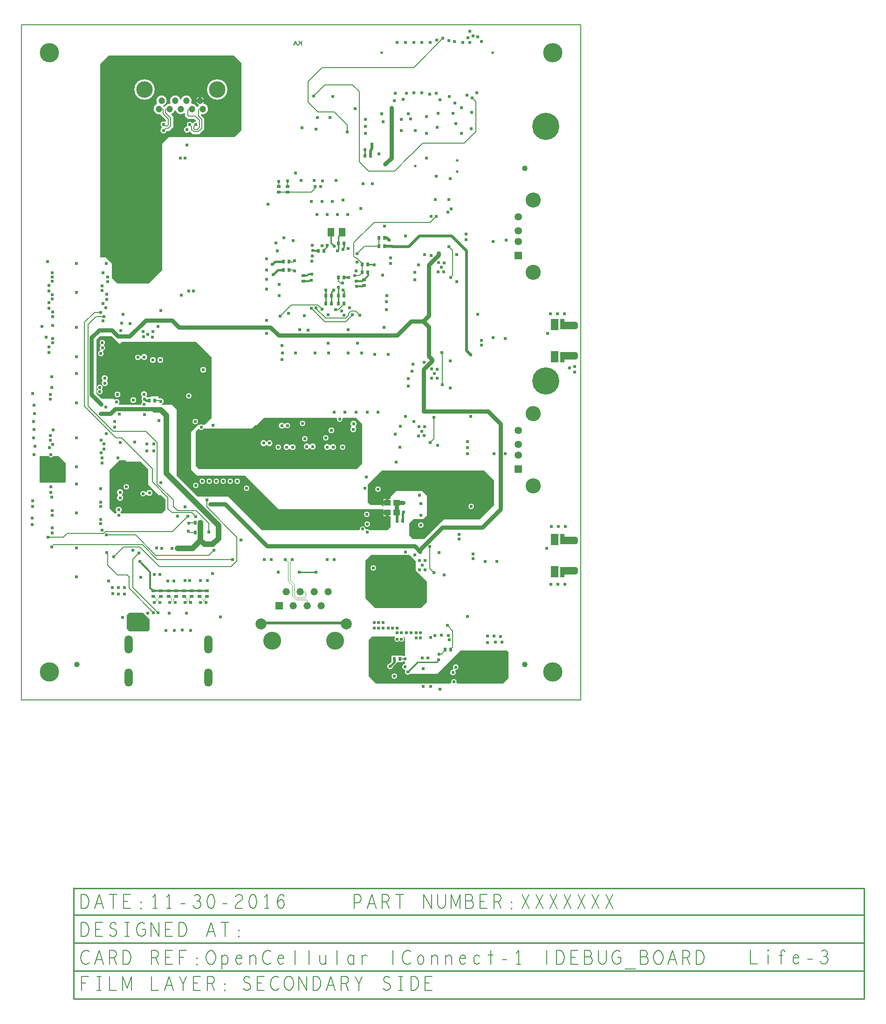
<source format=gbr>
G04 ================== begin FILE IDENTIFICATION RECORD ==================*
G04 Layout Name:  D:/shamshu/Dburg/final/OC_Connect-1_DEBUG_Life-3_final.brd*
G04 Film Name:    L6.gbr*
G04 File Format:  Gerber RS274X*
G04 File Origin:  Cadence Allegro 16.6-2015-S060*
G04 Origin Date:  Thu Dec 01 02:08:26 2016*
G04 *
G04 Layer:  DRAWING FORMAT/L6*
G04 Layer:  VIA CLASS/BOTTOM*
G04 Layer:  PIN/BOTTOM*
G04 Layer:  ETCH/BOTTOM*
G04 Layer:  DRAWING FORMAT/FILM_LABEL_OUTLINE*
G04 Layer:  BOARD GEOMETRY/OUTLINE*
G04 *
G04 Offset:    (0.000 0.000)*
G04 Mirror:    No*
G04 Mode:      Positive*
G04 Rotation:  0*
G04 FullContactRelief:  No*
G04 UndefLineWidth:     6.000*
G04 ================== end FILE IDENTIFICATION RECORD ====================*
%FSLAX25Y25*MOIN*%
%IR0*IPPOS*OFA0.00000B0.00000*MIA0B0*SFA1.00000B1.00000*%
%AMMACRO32*
4,1,23,-.062008,.035925,
.050071,.035925,
.052666,.035031,
.055067,.0337,
.0572,.031973,
.059001,.029901,
.060415,.027548,
.061398,.024985,
.061922,.022291,
.062008,.020645,
.062008,.000397,
.061769,-.002338,
.061058,-.004989,
.059898,-.007477,
.058324,-.009726,
.056383,-.011667,
.054134,-.013242,
.051646,-.014402,
.048995,-.015112,
.047984,-.015257,
-.034449,-.015257,
-.034449,-.035926,
-.062008,-.035926,
-.062008,.035925,
0.0*
%
%ADD32MACRO32*%
%ADD12O,.059X.13*%
%AMMACRO33*
4,1,23,-.062008,-.035926,
.050071,-.035926,
.052666,-.035032,
.055067,-.033701,
.0572,-.031974,
.059001,-.029902,
.060415,-.027549,
.061398,-.024986,
.061922,-.022292,
.062008,-.020646,
.062008,-.000398,
.061769,.002337,
.061058,.004988,
.059898,.007476,
.058324,.009725,
.056383,.011666,
.054134,.013241,
.051646,.014401,
.048995,.015111,
.047984,.015256,
-.034449,.015256,
-.034449,.035925,
-.062008,.035925,
-.062008,-.035926,
0.0*
%
%ADD33MACRO33*%
%ADD27C,.108*%
%ADD22C,.128*%
%ADD15C,.11811*%
%ADD14C,.000012*%
%ADD31C,.194*%
%ADD10C,.137795*%
%ADD16R,.03X.024*%
%ADD17R,.024X.03*%
%ADD13C,.04*%
%ADD11C,.024*%
%ADD23R,.051X.059*%
%ADD20C,.052*%
%ADD30C,.053*%
%ADD19R,.052X.052*%
%ADD29R,.053X.053*%
%ADD21C,.079*%
%ADD18C,.047244*%
%ADD26C,.01969*%
%ADD24R,.045276X.043307*%
%ADD25C,.019685*%
%ADD28R,.055118X.07874*%
%ADD34C,.006*%
%ADD35C,.008*%
%ADD36C,.0055*%
%ADD37C,.00445*%
%ADD38C,.01*%
%ADD39C,.02*%
%ADD40C,.03*%
%ADD41C,.012*%
%ADD42C,.015*%
%ADD43C,.018*%
%ADD46C,.146114*%
%ADD44C,.040004*%
%ADD45C,.044004*%
G75*
%LPD*%
G75*
G36*
G01X77218Y48900D02*
X75318Y50800D01*
Y60800D01*
X77018Y62500D01*
X86718D01*
X91618Y57600D01*
Y50100D01*
X90418Y48900D01*
X77218D01*
G37*
G36*
G01X66500Y133500D02*
X63000Y137000D01*
Y164500D01*
X69587Y171087D01*
X69632Y171102D01*
G03X69968Y171250I-632J1898D01*
G01X74250D01*
X75000Y170500D01*
X85000D01*
X90500Y165000D01*
Y154000D01*
X98000Y146500D01*
X100000D01*
X102975Y143525D01*
Y135975D01*
X100500Y133500D01*
X71110D01*
G03X70906Y133692I-1609J-1500D01*
G02Y134308I256J308D01*
G03X68094I-1406J1692D01*
G02Y133692I-256J-308D01*
G03X67890Y133500I1406J-1692D01*
G01X66500D01*
G37*
G36*
G01X172000Y121500D02*
X148000Y145500D01*
X126000D01*
X111000Y160500D01*
Y207500D01*
X107500Y211000D01*
X100950D01*
X99987Y211000D01*
Y211349D01*
X100130Y211392D01*
G03X99896Y215664I-630J2108D01*
G01X99835Y215675D01*
X99735Y215775D01*
X97887D01*
Y217000D01*
X92486D01*
Y216300D01*
X89418D01*
G03X89262Y216484I-1600J-1200D01*
G02X89254Y217028I289J277D01*
G03X86166Y216847I-1636J1472D01*
G02X86222Y216305I-264J-301D01*
G03X86454Y213637I1596J-1205D01*
G02X86438Y213037I-273J-293D01*
G03X85720Y211417I1280J-1537D01*
G02X85320Y211000I-400J-17D01*
G01X70000D01*
X69561Y211439D01*
X69680Y211579D01*
G03X66444Y214556I-1680J1421D01*
G01X65750Y215250D01*
X57253D01*
X53500Y219003D01*
Y257500D01*
X56000Y260000D01*
X64500D01*
X70000Y254500D01*
X71500Y256000D01*
X125000D01*
X136000Y245000D01*
Y201750D01*
X131000Y196750D01*
X129469D01*
G03X127531I-969J-1750D01*
G01X126250D01*
X121200Y191700D01*
Y164800D01*
X125500Y160500D01*
X159900D01*
X184100Y136300D01*
X258890D01*
Y131334D01*
X264100D01*
Y123800D01*
X261800Y121500D01*
X248678D01*
G03X246554Y121976I-1429J-1400D01*
G02X246016Y122331I-139J375D01*
G03X242037Y121955I-1998J-99D01*
G02X241641Y121500I-396J-55D01*
G01X172000D01*
G37*
G36*
G01X13000Y155500D02*
Y174000D01*
X13400Y174400D01*
X19253D01*
G03X22747I1747J975D01*
G01X26500D01*
X31500Y169400D01*
Y156000D01*
X31000Y155500D01*
X13000D01*
G37*
G36*
G01X68500Y297700D02*
X64500Y301700D01*
Y312000D01*
X60000Y316500D01*
X56350D01*
Y454840D01*
X62168Y460659D01*
X152033D01*
X157250Y455441D01*
Y407500D01*
X152250Y402500D01*
X105500D01*
X100650Y397650D01*
Y307350D01*
X91000Y297700D01*
X68500D01*
G37*
G36*
G01X127000Y165000D02*
X124618Y167382D01*
Y191900D01*
X126415Y193697D01*
G02X126998Y193679I283J-283D01*
G03X130306Y194141I1502J1321D01*
G01X164641D01*
X166800Y196300D01*
X167818D01*
X173118Y201600D01*
X225178D01*
G02X225568Y201111I0J-400D01*
G03X229469I1951J-443D01*
G02X229859Y201600I390J89D01*
G01X239418D01*
X243718Y197300D01*
Y169000D01*
X239718Y165000D01*
X127000D01*
G37*
G36*
G01X250018Y103600D02*
X277700D01*
X282000Y99300D01*
Y92600D01*
X290018Y84582D01*
Y70200D01*
X285618Y65800D01*
X252818D01*
X245918Y72700D01*
Y99500D01*
X250018Y103600D01*
G37*
G36*
G01X253318Y11800D02*
X248118Y17000D01*
Y42800D01*
X250618Y45300D01*
X266768D01*
G02X267093Y44667I0J-400D01*
G03X270082Y42037I1625J-1167D01*
G02X270354I136J-146D01*
G03X273091Y44955I1364J1463D01*
G01X273028Y45014D01*
Y45300D01*
X273318D01*
X274318Y44300D01*
Y31698D01*
G02X274127Y31498I-200J0D01*
G03X273275Y31264I91J-1998D01*
G02X272687Y31617I-189J353D01*
G01Y31800D01*
X264749D01*
Y27392D01*
X263349Y25991D01*
X263282Y25982D01*
G03X265532Y23732I268J-1982D01*
G01X265541Y23799D01*
X268300Y26558D01*
Y27200D01*
X272687D01*
Y27383D01*
G02X273275Y27736I400J0D01*
G03X274127Y27502I943J1764D01*
G02X274318Y27302I-9J-200D01*
G01Y25929D01*
G02X274127Y25730I-200J0D01*
G03Y21733I91J-1998D01*
G02X274318Y21534I-9J-200D01*
G01Y20626D01*
X274309Y20597D01*
G03X277647Y18600I1909J-597D01*
G01X297118D01*
X313918Y35400D01*
X347018D01*
X348118Y34300D01*
Y15600D01*
X344318Y11800D01*
X311470D01*
G02X311094Y12339I0J400D01*
G03X307342I-1876J693D01*
G02X306966Y11800I-375J-139D01*
G01X293073D01*
X293056Y11803D01*
G03X292380I-338J-1971D01*
G01X292363Y11800D01*
X287573D01*
X287556Y11803D01*
G03X286880I-338J-1971D01*
G01X286863Y11800D01*
X253318D01*
G37*
G36*
G01X279700Y115200D02*
X277300Y117600D01*
Y126400D01*
X280250Y129350D01*
X287350D01*
X290000Y132000D01*
Y146000D01*
X286500Y149500D01*
X268000D01*
X264000Y145500D01*
Y143666D01*
X258890D01*
Y138500D01*
X258500D01*
X257500Y139500D01*
X249500D01*
X247500Y141500D01*
Y150544D01*
G03Y152456I-1982J956D01*
G01Y154000D01*
X257500Y164000D01*
X331000D01*
X338000Y157000D01*
Y139500D01*
X327500Y129000D01*
X302000D01*
X288200Y115200D01*
X279700D01*
G37*
%LPC*%
G75*
G36*
G01X71906Y146808D02*
G03Y146192I256J-308D01*
G02X69094I-1406J-1692D01*
G03Y146808I-256J308D01*
G02X71906I1406J1692D01*
G37*
G36*
G01X88881Y146820D02*
G02X88686Y148576I-1881J680D01*
G03X89404Y148670I337J215D01*
G02X89602Y146887I2096J-670D01*
G03X88881Y146820I-345J-202D01*
G37*
G36*
G01X61127Y228519D02*
G03Y227981I296J-269D01*
G02X57873I-1627J-1481D01*
G03Y228519I-296J269D01*
G02X61127I1627J1481D01*
G37*
G36*
G01X57463Y222136D02*
G03Y221864I146J-136D01*
G02X54537I-1463J-1364D01*
G03Y222136I-146J136D01*
G02X57463I1463J1364D01*
G37*
G36*
G01X58165Y249100D02*
G02X56224Y249634I-1429J-1400D01*
G03X56408Y250300I-102J387D01*
G02X56574Y253251I1429J1400D01*
G03X56557Y253884I-253J310D01*
G02X58999Y253949I1179J1616D01*
G03X59016Y253316I253J-310D01*
G02X58348Y249766I-1179J-1616D01*
G03X58165Y249100I102J-387D01*
G37*
G36*
G01X85061Y244122D02*
G02X84941Y245916I-1843J778D01*
G03X85660Y245978I345J203D01*
G02X85781Y244156I2058J-778D01*
G03X85061Y244122I-352J-190D01*
G37*
G36*
G01X127051Y404317D02*
X122545D01*
X120637Y406224D01*
G03X120057Y406208I-283J-283D01*
G02X117928Y409822I-1638J1468D01*
G03X118208Y410365I-89J390D01*
G02X122058Y412448I2033J841D01*
G03X122718I330J226D01*
G02X124531Y413406I1816J-1242D01*
G03X124813Y414089I-1J400D01*
G01X123425Y415477D01*
X118831D01*
X116918Y417390D01*
Y419252D01*
G03X116268Y419564I-400J0D01*
G02X110359Y421281I-2350J2938D01*
G03X109603I-378J-130D01*
G02X107236Y418934I-3559J1221D01*
G03X107080Y418272I127J-379D01*
G01X108487Y416864D01*
Y409659D01*
X105660Y406832D01*
X103926D01*
X103686Y406592D01*
X103672Y406543D01*
G02X100315Y408967I-2114J608D01*
G03Y409627I-226J330D01*
G02X102547Y413408I1242J1816D01*
G03X103127Y413765I180J357D01*
G01Y414644D01*
X99427Y418344D01*
Y418429D01*
G03X98945Y418821I-400J0D01*
G02X96690Y425962I-775J3682D01*
G03X96879Y426529I-157J368D01*
G02X101413Y424868I3260J1879D01*
G03X101314Y424570I68J-188D01*
G02X101361Y424497I-3144J-2066D01*
G01X101419Y424403D01*
X101574D01*
X102107Y423870D01*
X102640Y424403D01*
X102795D01*
X102854Y424497D01*
G02X106187Y426262I3190J-1994D01*
G03X106566Y426830I15J400D01*
G02X113540Y429629I3415J1578D01*
G03X114296I378J130D01*
G02X121270Y426830I3559J-1221D01*
G03X121649Y426262I363J-168D01*
G02X125199Y424098I143J-3760D01*
G03X125844Y423985I362J170D01*
G01X126262Y424403D01*
X126417D01*
X126476Y424497D01*
G02X126906Y425060I3191J-1994D01*
G03X126746Y425708I-293J272D01*
G02X130079Y426820I952J2699D01*
G03X130340Y426204I333J-222D01*
G02X128892Y418821I-674J-3702D01*
G03X128409Y418429I-82J-391D01*
G01Y418073D01*
X130678Y415804D01*
Y407944D01*
X127051Y404317D01*
G37*
G36*
G01X188601Y194896D02*
G03X187968Y194861I-303J-261D01*
G02X187903Y197429I-1818J1239D01*
G03X188538Y197426I319J242D01*
G02X188601Y194896I1580J-1226D01*
G37*
G36*
G01X238850Y195741D02*
G03X238824Y195136I248J-314D01*
G02X235955Y195259I-1506J-1604D01*
G03X235981Y195864I-248J314D01*
G02X238850Y195741I1506J1604D01*
G37*
G36*
G01X175537Y182204D02*
G03X174900I-318J-242D01*
G02Y184867I-1752J1331D01*
G03X175537I318J242D01*
G02Y182204I1752J-1331D01*
G37*
G36*
G01X206466Y179869D02*
G03X205830I-318J-242D01*
G02Y182531I-1752J1331D01*
G03X206466I318J242D01*
G02Y179869I1752J-1331D01*
G37*
G36*
G01X221034Y179513D02*
G03X220385I-324J-234D01*
G02Y182087I-1785J1287D01*
G03X221034I324J234D01*
G02Y179513I1785J-1287D01*
G37*
G36*
G01X191443Y182002D02*
G03X192109Y181978I341J209D01*
G02X192025Y179548I1791J-1278D01*
G03X191359Y179572I-341J-209D01*
G02X191443Y182002I-1791J1278D01*
G37*
G36*
G01X310152Y20860D02*
G02X308591Y21658I-1599J-1202D01*
G03X308919Y22298I8J400D01*
G02X310479Y21500I1599J1202D01*
G03X310152Y20860I-8J-400D01*
G37*
G54D46*
X88052Y436282D03*
X139784D03*
G54D44*
X75000Y152500D03*
X129218Y156400D03*
X154218D03*
X149218D03*
X144218D03*
X139218D03*
X134218D03*
X119718Y217500D03*
X124218Y199000D03*
X124500Y153500D03*
X161000Y151500D03*
X247250Y125700D03*
X246950Y132800D03*
X200962Y197700D03*
X183718Y180668D03*
X202618Y186800D03*
X229718Y180668D03*
X217518Y187268D03*
X251571Y94500D03*
X266718Y16968D03*
X285618Y125200D03*
X254818Y150768D03*
X321618Y138400D03*
G54D45*
X79950Y214500D03*
X68500Y218500D03*
X99418Y242932D03*
X93918D03*
X130000Y236000D03*
X221618Y192800D03*
%LPD*%
G75*
G54D10*
X20000Y20000D03*
Y462677D03*
X380000Y20000D03*
Y462677D03*
G54D20*
X189218Y77500D03*
X194218Y67500D03*
X199218Y77500D03*
X204218Y67500D03*
X209218Y77500D03*
X214218Y67500D03*
X219218Y77500D03*
G54D11*
X7500Y125500D03*
Y130000D03*
X7922Y142235D03*
X8000Y138500D03*
Y219000D03*
X9000Y175500D03*
Y193500D03*
X8500Y187500D03*
X9500Y181500D03*
X8500Y199075D03*
X9000Y210575D03*
X9250Y204750D03*
X72250Y59000D03*
X84518Y51500D03*
X79387Y55432D03*
X83318Y59000D03*
X73718Y75700D03*
X69318Y75800D03*
X65118Y75900D03*
X39218Y133750D03*
Y108750D03*
Y88000D03*
X62218Y85032D03*
X85153Y87565D03*
X21000Y148500D03*
X21500Y144875D03*
X22000Y135500D03*
Y132000D03*
Y123000D03*
Y119500D03*
X56500Y141500D03*
Y138500D03*
Y129000D03*
Y126000D03*
X84000Y105000D03*
X61000Y105500D03*
X79000Y142500D03*
X73618Y80500D03*
X69418D03*
X65100D03*
X79500Y107000D03*
X66000Y102500D03*
X84518Y99000D03*
X70500Y148500D03*
X69500Y136000D03*
X70500Y144500D03*
X69500Y132000D03*
X60500Y118000D03*
X21500Y109500D03*
X57500Y121500D03*
X19000Y116500D03*
X39218Y212500D03*
Y187500D03*
Y166750D03*
Y154500D03*
X21500Y223500D03*
X22225Y182662D03*
X19787Y180293D03*
X21000Y152500D03*
X56500Y151000D03*
X60250Y209250D03*
X60500Y190500D03*
X56000Y223500D03*
Y220500D03*
X57000Y185825D03*
X56876Y176845D03*
X70000Y204500D03*
X69000Y173000D03*
X75000Y152500D03*
X70500Y184000D03*
X81000Y184500D03*
X22500Y193000D03*
X56945Y211315D03*
X56500Y204725D03*
X73500Y166500D03*
X83000Y153500D03*
X73500Y170000D03*
X79950Y214500D03*
X68000Y213000D03*
X66500Y195000D03*
Y199000D03*
X20500Y215000D03*
Y218500D03*
X57500Y169500D03*
Y173000D03*
X68500Y218500D03*
X59000Y179500D03*
X20503Y185594D03*
X21000Y168000D03*
X17000D03*
X21000Y171500D03*
X17000D03*
X21000Y175375D03*
X20500Y188994D03*
X59000Y183000D03*
X14500Y267000D03*
X39218Y245500D03*
Y266250D03*
Y291250D03*
X22218Y255250D03*
Y258400D03*
Y267850D03*
Y274150D03*
Y277300D03*
X22000Y286625D03*
Y289775D03*
X56736Y247700D03*
X57736Y255500D03*
X57836Y251700D03*
X58218Y270875D03*
Y283475D03*
X60436Y280325D03*
X57736Y292800D03*
X57626Y296198D03*
X39218Y233250D03*
X83218Y244900D03*
X72618Y275800D03*
X21500Y231000D03*
X19500Y279900D03*
Y283900D03*
X61000Y286500D03*
Y290000D03*
X19500Y292500D03*
Y296500D03*
X59037Y274175D03*
X56675Y277175D03*
X19500Y248500D03*
X59500Y226500D03*
X19500Y252500D03*
X59500Y230000D03*
X77418Y259900D03*
X60000Y258275D03*
X17500Y259500D03*
X71000Y264000D03*
X71500Y269500D03*
X77518Y269200D03*
X39218Y312000D03*
X22000Y299350D03*
X58218Y305525D03*
X22000Y305500D03*
Y302500D03*
X60500Y312000D03*
X61500Y299000D03*
Y302500D03*
X18500Y313500D03*
X78518Y306800D03*
X84418Y307100D03*
X84218Y312700D03*
X78418Y312500D03*
X103118Y49659D03*
X109118Y49700D03*
X114918Y50100D03*
X121018Y49659D03*
X90118Y62100D03*
X117918Y62200D03*
X105682Y62000D03*
X142126Y59500D03*
X97716Y62390D03*
X94318Y62500D03*
X88218Y51600D03*
X94868Y69650D03*
X99008D03*
X105918Y69700D03*
X110058D03*
X116918D03*
X121058D03*
X127918D03*
X132058D03*
X100387Y108300D03*
X107649D03*
X111618Y131282D03*
X87000Y147500D03*
X117000Y138000D03*
X136500Y90500D03*
X156874Y114500D03*
X94798Y89700D03*
X98938D03*
X104600Y85000D03*
X109034Y85200D03*
X116917Y85299D03*
X120333D03*
X127917D03*
X132800Y85300D03*
X134000Y120000D03*
X124500Y131000D03*
X119168Y120750D03*
X119518Y126300D03*
X135000Y140000D03*
X111618Y108300D03*
X128000Y149000D03*
X86500Y140000D03*
X100118Y142500D03*
X95500Y137500D03*
X96450Y108800D03*
X132500Y143000D03*
X137500Y107000D03*
X151000Y100500D03*
X91500Y148000D03*
X119000Y131500D03*
X129218Y156400D03*
X154218D03*
X149218D03*
X144218D03*
X139218D03*
X134218D03*
X119718Y217500D03*
X124218Y199000D03*
X87918Y204000D03*
X87718Y211500D03*
X87818Y215100D03*
X99500Y155500D03*
X124500Y153500D03*
X98218Y199740D03*
X128500Y195000D03*
X95187Y207500D03*
X119718Y207000D03*
X122500Y160500D03*
X87618Y218500D03*
X137000Y196500D03*
X99500Y213500D03*
X89500Y178000D03*
X94500D03*
Y183000D03*
X129418Y173000D03*
X134418D03*
X154418D03*
X149418D03*
X144418D03*
X139418D03*
X89500Y183000D03*
X93518Y259500D03*
X93818Y263500D03*
X87018D03*
X87118Y259700D03*
X90418Y261500D03*
X114418Y289500D03*
X99500Y278300D03*
X99418Y242932D03*
X93918D03*
X87718Y245200D03*
X130000Y236000D03*
X119568Y292450D03*
X122968D03*
X97718Y266900D03*
X89818Y307100D03*
X89418Y312500D03*
X118418Y407677D03*
Y396677D03*
X113500Y387500D03*
X101557Y411443D03*
X120242Y411206D03*
X101557Y407151D03*
X124534Y411206D03*
X117000Y387500D03*
X210710Y91523D03*
X198718Y91532D03*
X183718D03*
X223718Y100442D03*
X218718D03*
X193718D03*
X178718D03*
X173718D03*
X188718D03*
X200962Y197700D03*
X183718Y180668D03*
X202618Y186800D03*
X229718Y180668D03*
X231362Y205604D03*
X223488D03*
X227518Y200668D03*
X217518Y187268D03*
X190118Y196200D03*
X161000Y151500D03*
X186150Y196100D03*
X221618Y192800D03*
X208884Y184866D03*
X180322Y180828D03*
X177288Y183535D03*
X222818Y180800D03*
X173148Y183535D03*
X208218Y181200D03*
X189568Y180850D03*
X204078Y181200D03*
X218600Y180800D03*
X193900Y180700D03*
X195961Y247900D03*
X219583D03*
X186449D03*
X210071D03*
X184150Y289200D03*
X184250Y297200D03*
X175250Y293800D03*
X217718Y293000D03*
X229818Y293100D03*
X219218Y254932D03*
X226518Y294900D03*
X186218Y253400D03*
X186118Y243500D03*
X230718Y275200D03*
X219218Y275300D03*
X202218Y274800D03*
X175118Y271500D03*
X190818Y276400D03*
X223218Y293000D03*
X224568Y279150D03*
X228950Y278104D03*
X175418Y262000D03*
X199018Y264700D03*
X205018Y264500D03*
X207118Y280200D03*
X210736Y280300D03*
X214989Y279471D03*
X185018Y274400D03*
X200000Y371500D03*
X215200Y371200D03*
X175250Y300600D03*
Y307400D03*
Y315400D03*
X182087Y326700D03*
X194218Y328232D03*
X187718Y330417D03*
X225918Y347168D03*
X218697D03*
X211218Y347200D03*
X222418Y356468D03*
X214918D03*
X207418D03*
X225918Y321200D03*
X179835Y303906D03*
X179401Y311265D03*
X207228Y300038D03*
X207918Y317300D03*
X209200Y371300D03*
X224800D03*
X176118Y354500D03*
X229618Y298100D03*
X195318Y313900D03*
X195118Y306700D03*
X229818Y322100D03*
X182918Y321100D03*
X208418Y321300D03*
X207718Y304400D03*
X230018Y357500D03*
X233318Y347200D03*
X207768Y313850D03*
X223613Y324500D03*
X218718Y325200D03*
X214818Y324800D03*
X207828Y325190D03*
X183900Y370800D03*
X190200Y370900D03*
X214000Y367200D03*
X209968Y366900D03*
X211700Y416500D03*
X210500Y408000D03*
X200500Y409000D03*
X220600Y416500D03*
X208900Y431600D03*
X196000Y376800D03*
X232800Y406000D03*
X222500Y431500D03*
X305918Y42900D03*
X305218Y46200D03*
X300218Y46500D03*
X295518Y46200D03*
X282218Y44500D03*
X285218D03*
X268718Y51500D03*
X255218D03*
X258718D03*
X262218D03*
X265218D03*
X274218Y23732D03*
X252218Y55500D03*
X255218D03*
X278718Y48000D03*
X285218D03*
X282218D03*
X275218D03*
X271718D03*
X268718D03*
X252218Y51500D03*
X292550Y44542D03*
X271718Y43500D03*
X266718Y16968D03*
X263550Y24000D03*
X258718Y55500D03*
X268718Y43500D03*
X290718Y30000D03*
X286718D03*
X287218Y22500D03*
X283318Y72300D03*
X271318D03*
X259318D03*
X253318D03*
X275718Y73100D03*
X256718Y68853D03*
X264718Y70987D03*
X299218Y7647D03*
X292718Y9832D03*
X287218D03*
X253718Y41000D03*
X268718Y36500D03*
X265718D03*
X262718D03*
X271718D03*
X259718Y41000D03*
X262718D03*
X265718D03*
X256718D03*
X253718Y36500D03*
X256718D03*
X259718D03*
X254218Y29500D03*
X257218D03*
X260218D03*
X263550D03*
X298718Y32816D03*
X274218Y29500D03*
X298365Y28700D03*
X276218Y20000D03*
X304618Y53300D03*
X286518Y96500D03*
X284618Y99700D03*
X288518Y99600D03*
X284518Y93200D03*
X288518Y93100D03*
X247250Y125700D03*
Y120100D03*
X244018Y122232D03*
X251571Y94500D03*
X246950Y132800D03*
X274718Y105613D03*
X302218Y89432D03*
X298518Y105513D03*
X285618Y125200D03*
X284718Y146400D03*
X285518Y140400D03*
X285589Y131916D03*
X273247Y134484D03*
X281234Y103635D03*
X285018Y106144D03*
X268618Y102000D03*
X267118Y98500D03*
X271218Y98476D03*
X267850Y93200D03*
Y87700D03*
X283318Y77300D03*
X277318D03*
X271318D03*
X265318D03*
X259318D03*
X253318D03*
X283318Y82300D03*
X277318D03*
X271318D03*
X265318D03*
X259318D03*
X253318D03*
X295018Y91044D03*
X292018Y109600D03*
X248618Y143800D03*
X285000Y120500D03*
X273000Y141000D03*
X287918Y189000D03*
X283968Y188700D03*
X288118Y195300D03*
X284218Y195400D03*
X286118Y192200D03*
X297518Y182032D03*
X274518Y202868D03*
X306718Y223132D03*
X267818Y170200D03*
X254984Y205604D03*
X247110D03*
X239236D03*
X254818Y150768D03*
X280729Y199108D03*
X287581Y206500D03*
X270550Y180800D03*
X267350Y190200D03*
X271018Y195700D03*
X237487Y197468D03*
X245518Y151500D03*
X246518Y159500D03*
X292418Y184200D03*
X294818Y202200D03*
X237318Y193532D03*
X234818Y173632D03*
X260887Y278900D03*
X295318Y233400D03*
X293418Y236600D03*
X297318Y236500D03*
X293168Y229900D03*
X297118Y230200D03*
X261249Y288900D03*
X260987Y284700D03*
X252662Y247000D03*
X233693Y247900D03*
X262174Y247000D03*
X243205Y247900D03*
X280018Y240100D03*
X306718Y242469D03*
X287918Y241500D03*
X239618Y295700D03*
X293581Y243300D03*
X276550Y224300D03*
Y229800D03*
X279218Y235200D03*
X240318Y255100D03*
X300618Y248300D03*
X301018Y225400D03*
X259418Y266500D03*
X234500Y280500D03*
X233518Y264700D03*
X236500Y275500D03*
X242018Y274900D03*
X274618Y331700D03*
X233887Y301900D03*
X300118Y309400D03*
X298218Y312600D03*
X302118Y312500D03*
X297968Y305900D03*
X301918Y306200D03*
X258318Y303778D03*
X305774Y357800D03*
X295974D03*
X288418Y318368D03*
X293018Y317600D03*
X262918Y328700D03*
X259587Y338600D03*
X239318Y306800D03*
X252218Y311000D03*
X244300Y369100D03*
X251000Y369000D03*
X298281Y319300D03*
X281250Y300300D03*
Y305800D03*
X283918Y311200D03*
X264018Y312147D03*
Y316152D03*
X305718Y324000D03*
X306918Y302200D03*
X239118Y299300D03*
X239818Y312950D03*
X238318Y303500D03*
X296718Y345800D03*
X239918Y319000D03*
X242718Y351500D03*
X293056Y345800D03*
X304787Y348669D03*
X233518Y322800D03*
X265700Y324100D03*
X278437Y415500D03*
X257532Y418969D03*
X276468Y419032D03*
X289563Y405000D03*
X299350Y429050D03*
X296600Y433700D03*
X292000Y433000D03*
X286406Y434100D03*
X306618Y372700D03*
X296718Y374300D03*
X289718Y387500D03*
X255500Y390500D03*
X245500Y393500D03*
X267200Y433700D03*
X275400D03*
X280500Y434100D03*
X238700Y422800D03*
X289500Y417000D03*
X258500Y413500D03*
X297294Y409500D03*
X260000Y383000D03*
X264500Y423500D03*
X273000Y429500D03*
X271500Y407000D03*
X266500Y428500D03*
X246000Y405132D03*
Y410131D03*
X250700Y397300D03*
X246000Y415131D03*
X306095Y431300D03*
X271500Y415000D03*
X281668Y407000D03*
X298000Y419500D03*
X268698Y470100D03*
X274604D03*
X280509D03*
X286415D03*
X292320D03*
X297100Y471700D03*
X305516Y471484D03*
X301400Y472900D03*
X343518Y41500D03*
X338818Y41400D03*
X333418Y41000D03*
X342618Y45500D03*
X338018Y45700D03*
X333118Y45600D03*
X318818Y59700D03*
X309218Y13032D03*
X310518Y23500D03*
X308552Y19658D03*
X331918Y31900D03*
X336318Y32100D03*
X342118D03*
X341918Y26300D03*
X335718D03*
X330218Y26200D03*
X317918Y26300D03*
X324718Y26600D03*
X378818Y124100D03*
X378618Y82600D03*
X339794Y99000D03*
X331642D03*
X321618Y138400D03*
X375618Y108300D03*
X322818Y100900D03*
X313038Y118500D03*
X322818Y104300D03*
X313038Y115100D03*
X334596Y145655D03*
X346092Y175926D03*
X337940D03*
X318787Y184800D03*
X321318Y202700D03*
X318918Y176100D03*
Y180400D03*
X334579Y151155D03*
X378218Y275900D03*
X346092Y258400D03*
X337218Y259100D03*
X326118Y275800D03*
X376118Y261900D03*
X329018Y253700D03*
X328918Y257173D03*
X321318Y246700D03*
X346718Y328626D03*
X337168Y327650D03*
X311418Y299132D03*
Y318468D03*
X318017Y329199D03*
X317916Y332894D03*
X307418Y351000D03*
X310706Y412000D03*
X321468Y408532D03*
X325776Y434100D03*
X318700Y432500D03*
X308500Y419500D03*
X322000Y420000D03*
X322400Y430500D03*
X310032Y426800D03*
X314500Y405000D03*
Y423500D03*
X315700Y470100D03*
X329000Y470700D03*
X319343Y473450D03*
X322900Y474700D03*
X326300Y473900D03*
X320700Y470200D03*
X320500Y478100D03*
X309700Y470600D03*
X388818Y124100D03*
X383818D03*
X388618Y82600D03*
X383618D03*
X388218Y275900D03*
X383218D03*
X395500Y238500D03*
Y234500D03*
X392000Y237500D03*
G54D21*
X171226Y54508D03*
X232210D03*
G54D30*
X355118Y174942D03*
Y182816D03*
Y192659D03*
Y327642D03*
Y335516D03*
Y345359D03*
G54D12*
X76475Y16103D03*
Y39567D03*
X133561Y16103D03*
Y39567D03*
G54D40*
G01X77418Y259900D02*
X69100D01*
X64500Y264500D01*
X55500D01*
X50000Y259000D01*
Y218260D01*
X56945Y211315D01*
G01X56500Y204725D02*
X63725D01*
X67000Y208000D01*
X94687D01*
X95187Y207500D01*
G01X77418Y259900D02*
X89018Y271500D01*
X107500D01*
X112500Y266500D01*
X178000D01*
X183900Y260600D01*
X268518D01*
X278718Y270800D01*
X287118D01*
G01X135000Y140000D02*
X145500D01*
X175500Y110000D01*
X281162D01*
X285018Y106144D01*
G01X287581Y206500D02*
X333500D01*
X342500Y197500D01*
Y136500D01*
X329500Y123500D01*
X301000D01*
X285018Y107518D01*
Y106144D01*
G01X268346Y141000D02*
Y134000D01*
G01Y141000D02*
X273000D01*
G01X287581Y206500D02*
Y236496D01*
X293581Y242496D01*
Y243300D01*
G01X298281Y319300D02*
Y318196D01*
X291118Y311033D01*
Y274800D01*
X287118Y270800D01*
G01D02*
X291118Y266800D01*
Y245763D01*
X293581Y243300D01*
G01X264500Y423500D02*
Y387500D01*
X260000Y383000D01*
G54D13*
G01X128087Y119800D02*
Y126800D01*
G01X111618Y108300D02*
X122287D01*
X128087Y114100D01*
G01D02*
Y119800D01*
G01X95187Y207500D02*
X99500D01*
X103500Y203500D01*
Y162000D01*
X140818Y124682D01*
Y115500D01*
X136581Y111263D01*
X130924D01*
X128087Y114100D01*
X39718Y25300D03*
X360000D03*
Y380000D03*
G54D31*
X374998Y228000D03*
Y410038D03*
G54D22*
X179218Y42500D03*
X224218D03*
G54D41*
G01X94118Y77968D02*
X92018Y80068D01*
Y91500D01*
X84518Y99000D01*
G01X132618Y77968D02*
X127118D01*
G01X105118D02*
X110618D01*
G01X121618D02*
X116118D01*
G01X105118D02*
X99618D01*
G01X110618D02*
X116118D01*
G01X127118D02*
X121618D01*
G01X99618D02*
X94118D01*
G01X210710Y91523D02*
X210249D01*
G01X230687Y301900D02*
X233887D01*
G01X201518Y299463D02*
X205681D01*
X206256Y300038D01*
X207228D01*
G01X201518Y303400D02*
X204118D01*
X205118Y304400D01*
X207718D01*
G01X212250Y321095D02*
X208623D01*
X208418Y321300D01*
G01X244818Y296332D02*
X244287Y295800D01*
X239718D01*
X239618Y295700D01*
G01X239118Y299300D02*
X243850D01*
X244818Y300268D01*
G01D02*
X245960Y301410D01*
X245965D01*
X247943Y303388D01*
Y305443D01*
X247687Y305700D01*
G54D23*
X221381Y334400D03*
X229255D03*
G54D14*
X47218Y84875D03*
Y315125D03*
G54D32*
X391479Y91442D03*
Y245042D03*
G54D42*
G01X266750Y29500D02*
Y27200D01*
X263550Y24000D01*
G01X272468Y128000D02*
Y133705D01*
X273247Y134484D01*
G54D24*
X261653Y141000D03*
X268346D03*
X261653Y134000D03*
X268346D03*
G54D15*
X88052Y436282D03*
X139784D03*
G54D33*
X391479Y114965D03*
Y268565D03*
G54D43*
G01X87818Y215100D02*
X88918Y214000D01*
X91250D01*
G01X187350Y313221D02*
X181357D01*
X179401Y311265D01*
G01X187350Y307300D02*
X183229D01*
X179835Y303906D01*
G54D34*
G01X200200Y468000D02*
Y471000D01*
G01X198300D02*
X200200Y469150D01*
G01X198000Y468000D02*
X199350Y470000D01*
G01X197150Y468000D02*
X195900Y471000D01*
X194650Y468000D01*
G01X195100Y469050D02*
X196700D01*
G01X0Y0D02*
X400000D01*
Y482677D01*
X0D01*
Y0D01*
G01X42718Y-149000D02*
Y-139000D01*
X45218D01*
X46218Y-139500D01*
X46968Y-140167D01*
X47593Y-141166D01*
X48093Y-142334D01*
X48218Y-144000D01*
X48093Y-145667D01*
X47593Y-146834D01*
X46968Y-147834D01*
X46218Y-148500D01*
X45218Y-149000D01*
X42718D01*
G01X52343D02*
X55468Y-139000D01*
X58593Y-149000D01*
G01X57468Y-145500D02*
X53468D01*
G01X65468Y-139000D02*
Y-149000D01*
G01X62593Y-139000D02*
X68343D01*
G01X77968Y-149000D02*
X72968D01*
Y-139000D01*
X77968D01*
G01X75968Y-143833D02*
X72968D01*
G01X85468Y-149333D02*
X85218Y-149167D01*
Y-148833D01*
X85468Y-148667D01*
X85718Y-148833D01*
Y-149167D01*
X85468Y-149333D01*
G01Y-144834D02*
X85218Y-144667D01*
Y-144333D01*
X85468Y-144167D01*
X85718Y-144333D01*
Y-144667D01*
X85468Y-144834D01*
G01X95468Y-149000D02*
Y-139000D01*
X93968Y-141000D01*
G01Y-149000D02*
X96968D01*
G01X105468D02*
Y-139000D01*
X103968Y-141000D01*
G01Y-149000D02*
X106968D01*
G01X113843Y-145667D02*
X117093D01*
G01X122718Y-147000D02*
X123468Y-148167D01*
X124468Y-148833D01*
X125593Y-149000D01*
X126593Y-148833D01*
X127593Y-148000D01*
X128218Y-147000D01*
X128343Y-146000D01*
X128093Y-144834D01*
X127218Y-144000D01*
X126343Y-143667D01*
X125218D01*
G01X126343D02*
X127093Y-143167D01*
X127718Y-142334D01*
X127968Y-141333D01*
X127718Y-140333D01*
X127093Y-139500D01*
X125968Y-139000D01*
X124843Y-139167D01*
X123718Y-139834D01*
G01X135468Y-139000D02*
X134468Y-139333D01*
X133718Y-140167D01*
X133218Y-141166D01*
X132843Y-142500D01*
X132718Y-144000D01*
X132843Y-145500D01*
X133218Y-146834D01*
X133718Y-147834D01*
X134468Y-148667D01*
X135468Y-149000D01*
X136468Y-148667D01*
X137218Y-147834D01*
X137718Y-146834D01*
X138093Y-145500D01*
X138218Y-144000D01*
X138093Y-142500D01*
X137718Y-141166D01*
X137218Y-140167D01*
X136468Y-139333D01*
X135468Y-139000D01*
G01X143843Y-145667D02*
X147093D01*
G01X153093Y-140667D02*
X153843Y-139667D01*
X154718Y-139167D01*
X155718Y-139000D01*
X156968Y-139333D01*
X157843Y-140167D01*
X158093Y-141166D01*
X157968Y-142167D01*
X157468Y-143000D01*
X154968Y-144667D01*
X153843Y-145833D01*
X153093Y-147500D01*
X152843Y-149000D01*
X158093D01*
G01X165468Y-139000D02*
X164468Y-139333D01*
X163718Y-140167D01*
X163218Y-141166D01*
X162843Y-142500D01*
X162718Y-144000D01*
X162843Y-145500D01*
X163218Y-146834D01*
X163718Y-147834D01*
X164468Y-148667D01*
X165468Y-149000D01*
X166468Y-148667D01*
X167218Y-147834D01*
X167718Y-146834D01*
X168093Y-145500D01*
X168218Y-144000D01*
X168093Y-142500D01*
X167718Y-141166D01*
X167218Y-140167D01*
X166468Y-139333D01*
X165468Y-139000D01*
G01X175468Y-149000D02*
Y-139000D01*
X173968Y-141000D01*
G01Y-149000D02*
X176968D01*
G01X183093Y-144834D02*
X183968Y-143667D01*
X184718Y-143000D01*
X185718Y-142667D01*
X186593Y-143000D01*
X187218Y-143667D01*
X187718Y-144667D01*
X187843Y-145833D01*
X187718Y-146834D01*
X187218Y-147834D01*
X186468Y-148667D01*
X185593Y-149000D01*
X184593Y-148667D01*
X183718Y-147667D01*
X183218Y-146167D01*
X183093Y-144500D01*
X183343Y-142334D01*
X183718Y-141166D01*
X184343Y-140000D01*
X185218Y-139167D01*
X186093Y-139000D01*
X186968Y-139333D01*
X187593Y-140167D01*
G01X42718Y-169000D02*
Y-159000D01*
X45218D01*
X46218Y-159500D01*
X46968Y-160167D01*
X47593Y-161166D01*
X48093Y-162334D01*
X48218Y-164000D01*
X48093Y-165667D01*
X47593Y-166834D01*
X46968Y-167834D01*
X46218Y-168500D01*
X45218Y-169000D01*
X42718D01*
G01X57968D02*
X52968D01*
Y-159000D01*
X57968D01*
G01X55968Y-163833D02*
X52968D01*
G01X62843Y-167667D02*
X63843Y-168500D01*
X64968Y-169000D01*
X65968D01*
X66968Y-168500D01*
X67718Y-167667D01*
X68093Y-166500D01*
X67843Y-165334D01*
X67218Y-164333D01*
X66093Y-163667D01*
X64593Y-163333D01*
X63718Y-162667D01*
X63343Y-161500D01*
X63593Y-160333D01*
X64218Y-159500D01*
X65093Y-159000D01*
X65968D01*
X66843Y-159333D01*
X67593Y-160167D01*
G01X73968Y-159000D02*
X76968D01*
G01X75468D02*
Y-169000D01*
G01X73968D02*
X76968D01*
G01X86218Y-164000D02*
X88718D01*
Y-167000D01*
X87968Y-168000D01*
X87093Y-168667D01*
X85843Y-169000D01*
X84593Y-168667D01*
X83718Y-168000D01*
X82968Y-167000D01*
X82468Y-165833D01*
X82218Y-164500D01*
Y-163333D01*
X82468Y-162334D01*
X82968Y-161166D01*
X83718Y-160167D01*
X84468Y-159500D01*
X85468Y-159000D01*
X86343D01*
X87343Y-159333D01*
X88093Y-160000D01*
G01X92593Y-169000D02*
Y-159000D01*
X98343Y-169000D01*
Y-159000D01*
G01X107968Y-169000D02*
X102968D01*
Y-159000D01*
X107968D01*
G01X105968Y-163833D02*
X102968D01*
G01X112718Y-169000D02*
Y-159000D01*
X115218D01*
X116218Y-159500D01*
X116968Y-160167D01*
X117593Y-161166D01*
X118093Y-162334D01*
X118218Y-164000D01*
X118093Y-165667D01*
X117593Y-166834D01*
X116968Y-167834D01*
X116218Y-168500D01*
X115218Y-169000D01*
X112718D01*
G01X132343D02*
X135468Y-159000D01*
X138593Y-169000D01*
G01X137468Y-165500D02*
X133468D01*
G01X145468Y-159000D02*
Y-169000D01*
G01X142593Y-159000D02*
X148343D01*
G01X155468Y-169333D02*
X155218Y-169167D01*
Y-168833D01*
X155468Y-168667D01*
X155718Y-168833D01*
Y-169167D01*
X155468Y-169333D01*
G01Y-164834D02*
X155218Y-164667D01*
Y-164333D01*
X155468Y-164167D01*
X155718Y-164333D01*
Y-164667D01*
X155468Y-164834D01*
G01X43093Y-207500D02*
Y-197500D01*
X47843D01*
G01X46093Y-202333D02*
X43093D01*
G01X53968Y-197500D02*
X56968D01*
G01X55468D02*
Y-207500D01*
G01X53968D02*
X56968D01*
G01X62968Y-197500D02*
Y-207500D01*
X67968D01*
G01X72218D02*
Y-197500D01*
X75468Y-205833D01*
X78718Y-197500D01*
Y-207500D01*
G01X92968Y-197500D02*
Y-207500D01*
X97968D01*
G01X102343D02*
X105468Y-197500D01*
X108593Y-207500D01*
G01X107468Y-204000D02*
X103468D01*
G01X115468Y-207500D02*
Y-203000D01*
X112968Y-197500D01*
G01X117968D02*
X115468Y-203000D01*
G01X127968Y-207500D02*
X122968D01*
Y-197500D01*
X127968D01*
G01X125968Y-202333D02*
X122968D01*
G01X132968Y-207500D02*
Y-197500D01*
X136093D01*
X137093Y-198000D01*
X137718Y-198667D01*
X137968Y-200000D01*
X137718Y-201333D01*
X136968Y-202167D01*
X136093Y-202667D01*
X132968D01*
G01X136093D02*
X137968Y-207500D01*
G01X145468Y-207833D02*
X145218Y-207667D01*
Y-207333D01*
X145468Y-207167D01*
X145718Y-207333D01*
Y-207667D01*
X145468Y-207833D01*
G01Y-203334D02*
X145218Y-203167D01*
Y-202833D01*
X145468Y-202667D01*
X145718Y-202833D01*
Y-203167D01*
X145468Y-203334D01*
G01X48218Y-179834D02*
X47468Y-179333D01*
X46593Y-179000D01*
X45593D01*
X44468Y-179500D01*
X43593Y-180333D01*
X42968Y-181333D01*
X42468Y-183000D01*
X42343Y-184500D01*
X42593Y-186000D01*
X42968Y-187000D01*
X43718Y-188000D01*
X44593Y-188667D01*
X45468Y-189000D01*
X46343D01*
X47218Y-188667D01*
X47968Y-188167D01*
X48593Y-187500D01*
G01X52343Y-189000D02*
X55468Y-179000D01*
X58593Y-189000D01*
G01X57468Y-185500D02*
X53468D01*
G01X62968Y-189000D02*
Y-179000D01*
X66093D01*
X67093Y-179500D01*
X67718Y-180167D01*
X67968Y-181500D01*
X67718Y-182833D01*
X66968Y-183667D01*
X66093Y-184167D01*
X62968D01*
G01X66093D02*
X67968Y-189000D01*
G01X72718D02*
Y-179000D01*
X75218D01*
X76218Y-179500D01*
X76968Y-180167D01*
X77593Y-181166D01*
X78093Y-182334D01*
X78218Y-184000D01*
X78093Y-185667D01*
X77593Y-186834D01*
X76968Y-187834D01*
X76218Y-188500D01*
X75218Y-189000D01*
X72718D01*
G01X92968D02*
Y-179000D01*
X96093D01*
X97093Y-179500D01*
X97718Y-180167D01*
X97968Y-181500D01*
X97718Y-182833D01*
X96968Y-183667D01*
X96093Y-184167D01*
X92968D01*
G01X96093D02*
X97968Y-189000D01*
G01X107968D02*
X102968D01*
Y-179000D01*
X107968D01*
G01X105968Y-183833D02*
X102968D01*
G01X113093Y-189000D02*
Y-179000D01*
X117843D01*
G01X116093Y-183833D02*
X113093D01*
G01X125468Y-189333D02*
X125218Y-189167D01*
Y-188833D01*
X125468Y-188667D01*
X125718Y-188833D01*
Y-189167D01*
X125468Y-189333D01*
G01Y-184834D02*
X125218Y-184667D01*
Y-184333D01*
X125468Y-184167D01*
X125718Y-184333D01*
Y-184667D01*
X125468Y-184834D01*
G01X135468Y-189000D02*
X134468Y-188833D01*
X133593Y-188167D01*
X132843Y-187167D01*
X132343Y-186000D01*
X132093Y-184667D01*
Y-183333D01*
X132343Y-182000D01*
X132843Y-180833D01*
X133593Y-179834D01*
X134468Y-179167D01*
X135468Y-179000D01*
X136468Y-179167D01*
X137343Y-179834D01*
X138093Y-180833D01*
X138593Y-182000D01*
X138843Y-183333D01*
Y-184667D01*
X138593Y-186000D01*
X138093Y-187167D01*
X137343Y-188167D01*
X136468Y-188833D01*
X135468Y-189000D01*
G01X143218Y-192333D02*
Y-182334D01*
G01Y-183833D02*
X143843Y-183000D01*
X144468Y-182500D01*
X145468Y-182334D01*
X146343Y-182500D01*
X147218Y-183333D01*
X147593Y-184500D01*
X147718Y-185667D01*
X147593Y-186834D01*
X147218Y-188000D01*
X146468Y-188667D01*
X145468Y-189000D01*
X144593Y-188833D01*
X143718Y-188334D01*
X143218Y-187667D01*
G01X153593Y-184500D02*
X157593D01*
X157218Y-183333D01*
X156593Y-182667D01*
X155718Y-182334D01*
X154843Y-182500D01*
X154093Y-183000D01*
X153593Y-184167D01*
X153343Y-185167D01*
Y-186167D01*
X153593Y-187167D01*
X154218Y-188167D01*
X154968Y-188833D01*
X155843Y-189000D01*
X156718Y-188667D01*
X157593Y-187667D01*
G01X163343Y-189000D02*
Y-182334D01*
G01Y-184000D02*
X163843Y-183167D01*
X164593Y-182500D01*
X165593Y-182334D01*
X166468Y-182500D01*
X167218Y-183167D01*
X167593Y-184333D01*
Y-189000D01*
G01X178218Y-179834D02*
X177468Y-179333D01*
X176593Y-179000D01*
X175593D01*
X174468Y-179500D01*
X173593Y-180333D01*
X172968Y-181333D01*
X172468Y-183000D01*
X172343Y-184500D01*
X172593Y-186000D01*
X172968Y-187000D01*
X173718Y-188000D01*
X174593Y-188667D01*
X175468Y-189000D01*
X176343D01*
X177218Y-188667D01*
X177968Y-188167D01*
X178593Y-187500D01*
G01X183593Y-184500D02*
X187593D01*
X187218Y-183333D01*
X186593Y-182667D01*
X185718Y-182334D01*
X184843Y-182500D01*
X184093Y-183000D01*
X183593Y-184167D01*
X183343Y-185167D01*
Y-186167D01*
X183593Y-187167D01*
X184218Y-188167D01*
X184968Y-188833D01*
X185843Y-189000D01*
X186718Y-188667D01*
X187593Y-187667D01*
G01X195468Y-189000D02*
Y-179000D01*
G01X205468Y-189000D02*
Y-179000D01*
G01X213343Y-182334D02*
Y-187000D01*
X213843Y-188167D01*
X214593Y-188833D01*
X215468Y-189000D01*
X216343Y-188833D01*
X217093Y-188167D01*
X217593Y-187000D01*
G01Y-189000D02*
Y-182334D01*
G01X225468Y-189000D02*
Y-179000D01*
G01X237718Y-189000D02*
Y-182334D01*
G01Y-183500D02*
X237218Y-182833D01*
X236468Y-182500D01*
X235593Y-182334D01*
X234718Y-182667D01*
X233968Y-183333D01*
X233468Y-184333D01*
X233218Y-185667D01*
X233468Y-187000D01*
X233968Y-188000D01*
X234718Y-188667D01*
X235593Y-189000D01*
X236468Y-188833D01*
X237218Y-188334D01*
X237718Y-187667D01*
G01X243718Y-189000D02*
Y-182334D01*
G01Y-183667D02*
X244343Y-183000D01*
X244968Y-182500D01*
X245843Y-182334D01*
X246468Y-182500D01*
X247218Y-183000D01*
G01X265468Y-189000D02*
Y-179000D01*
G01X278218Y-179834D02*
X277468Y-179333D01*
X276593Y-179000D01*
X275593D01*
X274468Y-179500D01*
X273593Y-180333D01*
X272968Y-181333D01*
X272468Y-183000D01*
X272343Y-184500D01*
X272593Y-186000D01*
X272968Y-187000D01*
X273718Y-188000D01*
X274593Y-188667D01*
X275468Y-189000D01*
X276343D01*
X277218Y-188667D01*
X277968Y-188167D01*
X278593Y-187500D01*
G01X285468Y-189000D02*
X284718Y-188833D01*
X283968Y-188167D01*
X283468Y-187000D01*
X283218Y-185667D01*
X283468Y-184333D01*
X283968Y-183167D01*
X284718Y-182500D01*
X285468Y-182334D01*
X286218Y-182500D01*
X286968Y-183167D01*
X287468Y-184333D01*
X287593Y-185667D01*
X287468Y-187000D01*
X286968Y-188167D01*
X286218Y-188833D01*
X285468Y-189000D01*
G01X293343D02*
Y-182334D01*
G01Y-184000D02*
X293843Y-183167D01*
X294593Y-182500D01*
X295593Y-182334D01*
X296468Y-182500D01*
X297218Y-183167D01*
X297593Y-184333D01*
Y-189000D01*
G01X303343D02*
Y-182334D01*
G01Y-184000D02*
X303843Y-183167D01*
X304593Y-182500D01*
X305593Y-182334D01*
X306468Y-182500D01*
X307218Y-183167D01*
X307593Y-184333D01*
Y-189000D01*
G01X313593Y-184500D02*
X317593D01*
X317218Y-183333D01*
X316593Y-182667D01*
X315718Y-182334D01*
X314843Y-182500D01*
X314093Y-183000D01*
X313593Y-184167D01*
X313343Y-185167D01*
Y-186167D01*
X313593Y-187167D01*
X314218Y-188167D01*
X314968Y-188833D01*
X315843Y-189000D01*
X316718Y-188667D01*
X317593Y-187667D01*
G01X327468Y-183167D02*
X326593Y-182500D01*
X325843Y-182334D01*
X324843Y-182667D01*
X324093Y-183333D01*
X323593Y-184500D01*
X323468Y-185667D01*
X323593Y-186834D01*
X324093Y-187834D01*
X324843Y-188667D01*
X325843Y-189000D01*
X326718Y-188667D01*
X327468Y-188000D01*
G01X335468Y-179000D02*
Y-189000D01*
G01X333718Y-182334D02*
X337218D01*
G01X343843Y-185667D02*
X347093D01*
G01X355468Y-189000D02*
Y-179000D01*
X353968Y-181000D01*
G01Y-189000D02*
X356968D01*
G01X375468D02*
Y-179000D01*
G01X382718Y-189000D02*
Y-179000D01*
X385218D01*
X386218Y-179500D01*
X386968Y-180167D01*
X387593Y-181166D01*
X388093Y-182334D01*
X388218Y-184000D01*
X388093Y-185667D01*
X387593Y-186834D01*
X386968Y-187834D01*
X386218Y-188500D01*
X385218Y-189000D01*
X382718D01*
G01X397968D02*
X392968D01*
Y-179000D01*
X397968D01*
G01X395968Y-183833D02*
X392968D01*
G01X406468Y-183667D02*
X406968Y-183167D01*
X407343Y-182334D01*
X407593Y-181166D01*
X407343Y-180167D01*
X406843Y-179500D01*
X405968Y-179000D01*
X402593D01*
Y-189000D01*
X406718D01*
X407593Y-188334D01*
X408093Y-187333D01*
X408343Y-186167D01*
X408093Y-185000D01*
X407343Y-184000D01*
X406468Y-183667D01*
X402593D01*
G01X412718Y-179000D02*
Y-186167D01*
X413218Y-187667D01*
X414218Y-188667D01*
X415468Y-189000D01*
X416718Y-188667D01*
X417718Y-187667D01*
X418218Y-186167D01*
Y-179000D01*
G01X426218Y-184000D02*
X428718D01*
Y-187000D01*
X427968Y-188000D01*
X427093Y-188667D01*
X425843Y-189000D01*
X424593Y-188667D01*
X423718Y-188000D01*
X422968Y-187000D01*
X422468Y-185833D01*
X422218Y-184500D01*
Y-183333D01*
X422468Y-182334D01*
X422968Y-181166D01*
X423718Y-180167D01*
X424468Y-179500D01*
X425468Y-179000D01*
X426343D01*
X427343Y-179333D01*
X428093Y-180000D01*
G01X431718Y-192333D02*
X439218D01*
G01X446468Y-183667D02*
X446968Y-183167D01*
X447343Y-182334D01*
X447593Y-181166D01*
X447343Y-180167D01*
X446843Y-179500D01*
X445968Y-179000D01*
X442593D01*
Y-189000D01*
X446718D01*
X447593Y-188334D01*
X448093Y-187333D01*
X448343Y-186167D01*
X448093Y-185000D01*
X447343Y-184000D01*
X446468Y-183667D01*
X442593D01*
G01X455468Y-189000D02*
X454468Y-188833D01*
X453593Y-188167D01*
X452843Y-187167D01*
X452343Y-186000D01*
X452093Y-184667D01*
Y-183333D01*
X452343Y-182000D01*
X452843Y-180833D01*
X453593Y-179834D01*
X454468Y-179167D01*
X455468Y-179000D01*
X456468Y-179167D01*
X457343Y-179834D01*
X458093Y-180833D01*
X458593Y-182000D01*
X458843Y-183333D01*
Y-184667D01*
X458593Y-186000D01*
X458093Y-187167D01*
X457343Y-188167D01*
X456468Y-188833D01*
X455468Y-189000D01*
G01X462343D02*
X465468Y-179000D01*
X468593Y-189000D01*
G01X467468Y-185500D02*
X463468D01*
G01X472968Y-189000D02*
Y-179000D01*
X476093D01*
X477093Y-179500D01*
X477718Y-180167D01*
X477968Y-181500D01*
X477718Y-182833D01*
X476968Y-183667D01*
X476093Y-184167D01*
X472968D01*
G01X476093D02*
X477968Y-189000D01*
G01X482718D02*
Y-179000D01*
X485218D01*
X486218Y-179500D01*
X486968Y-180167D01*
X487593Y-181166D01*
X488093Y-182334D01*
X488218Y-184000D01*
X488093Y-185667D01*
X487593Y-186834D01*
X486968Y-187834D01*
X486218Y-188500D01*
X485218Y-189000D01*
X482718D01*
G01X158593Y-206167D02*
X159593Y-207000D01*
X160718Y-207500D01*
X161718D01*
X162718Y-207000D01*
X163468Y-206167D01*
X163843Y-205000D01*
X163593Y-203834D01*
X162968Y-202833D01*
X161843Y-202167D01*
X160343Y-201833D01*
X159468Y-201167D01*
X159093Y-200000D01*
X159343Y-198833D01*
X159968Y-198000D01*
X160843Y-197500D01*
X161718D01*
X162593Y-197833D01*
X163343Y-198667D01*
G01X173718Y-207500D02*
X168718D01*
Y-197500D01*
X173718D01*
G01X171718Y-202333D02*
X168718D01*
G01X183968Y-198334D02*
X183218Y-197833D01*
X182343Y-197500D01*
X181343D01*
X180218Y-198000D01*
X179343Y-198833D01*
X178718Y-199833D01*
X178218Y-201500D01*
X178093Y-203000D01*
X178343Y-204500D01*
X178718Y-205500D01*
X179468Y-206500D01*
X180343Y-207167D01*
X181218Y-207500D01*
X182093D01*
X182968Y-207167D01*
X183718Y-206667D01*
X184343Y-206000D01*
G01X191218Y-207500D02*
X190218Y-207333D01*
X189343Y-206667D01*
X188593Y-205667D01*
X188093Y-204500D01*
X187843Y-203167D01*
Y-201833D01*
X188093Y-200500D01*
X188593Y-199333D01*
X189343Y-198334D01*
X190218Y-197667D01*
X191218Y-197500D01*
X192218Y-197667D01*
X193093Y-198334D01*
X193843Y-199333D01*
X194343Y-200500D01*
X194593Y-201833D01*
Y-203167D01*
X194343Y-204500D01*
X193843Y-205667D01*
X193093Y-206667D01*
X192218Y-207333D01*
X191218Y-207500D01*
G01X198343D02*
Y-197500D01*
X204093Y-207500D01*
Y-197500D01*
G01X208468Y-207500D02*
Y-197500D01*
X210968D01*
X211968Y-198000D01*
X212718Y-198667D01*
X213343Y-199666D01*
X213843Y-200834D01*
X213968Y-202500D01*
X213843Y-204167D01*
X213343Y-205334D01*
X212718Y-206334D01*
X211968Y-207000D01*
X210968Y-207500D01*
X208468D01*
G01X218093D02*
X221218Y-197500D01*
X224343Y-207500D01*
G01X223218Y-204000D02*
X219218D01*
G01X228718Y-207500D02*
Y-197500D01*
X231843D01*
X232843Y-198000D01*
X233468Y-198667D01*
X233718Y-200000D01*
X233468Y-201333D01*
X232718Y-202167D01*
X231843Y-202667D01*
X228718D01*
G01X231843D02*
X233718Y-207500D01*
G01X241218D02*
Y-203000D01*
X238718Y-197500D01*
G01X243718D02*
X241218Y-203000D01*
G01X258593Y-206167D02*
X259593Y-207000D01*
X260718Y-207500D01*
X261718D01*
X262718Y-207000D01*
X263468Y-206167D01*
X263843Y-205000D01*
X263593Y-203834D01*
X262968Y-202833D01*
X261843Y-202167D01*
X260343Y-201833D01*
X259468Y-201167D01*
X259093Y-200000D01*
X259343Y-198833D01*
X259968Y-198000D01*
X260843Y-197500D01*
X261718D01*
X262593Y-197833D01*
X263343Y-198667D01*
G01X269718Y-197500D02*
X272718D01*
G01X271218D02*
Y-207500D01*
G01X269718D02*
X272718D01*
G01X278468D02*
Y-197500D01*
X280968D01*
X281968Y-198000D01*
X282718Y-198667D01*
X283343Y-199666D01*
X283843Y-200834D01*
X283968Y-202500D01*
X283843Y-204167D01*
X283343Y-205334D01*
X282718Y-206334D01*
X281968Y-207000D01*
X280968Y-207500D01*
X278468D01*
G01X293718D02*
X288718D01*
Y-197500D01*
X293718D01*
G01X291718Y-202333D02*
X288718D01*
G01X237968Y-149000D02*
Y-139000D01*
X240968D01*
X241968Y-139500D01*
X242718Y-140667D01*
X242968Y-142000D01*
X242718Y-143333D01*
X242093Y-144333D01*
X240968Y-144834D01*
X237968D01*
G01X247343Y-149000D02*
X250468Y-139000D01*
X253593Y-149000D01*
G01X252468Y-145500D02*
X248468D01*
G01X257968Y-149000D02*
Y-139000D01*
X261093D01*
X262093Y-139500D01*
X262718Y-140167D01*
X262968Y-141500D01*
X262718Y-142833D01*
X261968Y-143667D01*
X261093Y-144167D01*
X257968D01*
G01X261093D02*
X262968Y-149000D01*
G01X270468Y-139000D02*
Y-149000D01*
G01X267593Y-139000D02*
X273343D01*
G01X287593Y-149000D02*
Y-139000D01*
X293343Y-149000D01*
Y-139000D01*
G01X297718D02*
Y-146167D01*
X298218Y-147667D01*
X299218Y-148667D01*
X300468Y-149000D01*
X301718Y-148667D01*
X302718Y-147667D01*
X303218Y-146167D01*
Y-139000D01*
G01X307218Y-149000D02*
Y-139000D01*
X310468Y-147333D01*
X313718Y-139000D01*
Y-149000D01*
G01X321468Y-143667D02*
X321968Y-143167D01*
X322343Y-142334D01*
X322593Y-141166D01*
X322343Y-140167D01*
X321843Y-139500D01*
X320968Y-139000D01*
X317593D01*
Y-149000D01*
X321718D01*
X322593Y-148334D01*
X323093Y-147333D01*
X323343Y-146167D01*
X323093Y-145000D01*
X322343Y-144000D01*
X321468Y-143667D01*
X317593D01*
G01X332968Y-149000D02*
X327968D01*
Y-139000D01*
X332968D01*
G01X330968Y-143833D02*
X327968D01*
G01X337968Y-149000D02*
Y-139000D01*
X341093D01*
X342093Y-139500D01*
X342718Y-140167D01*
X342968Y-141500D01*
X342718Y-142833D01*
X341968Y-143667D01*
X341093Y-144167D01*
X337968D01*
G01X341093D02*
X342968Y-149000D01*
G01X350468Y-149333D02*
X350218Y-149167D01*
Y-148833D01*
X350468Y-148667D01*
X350718Y-148833D01*
Y-149167D01*
X350468Y-149333D01*
G01Y-144834D02*
X350218Y-144667D01*
Y-144333D01*
X350468Y-144167D01*
X350718Y-144333D01*
Y-144667D01*
X350468Y-144834D01*
G01X357843Y-149000D02*
X363093Y-139000D01*
G01X357843D02*
X363093Y-149000D01*
G01X367843D02*
X373093Y-139000D01*
G01X367843D02*
X373093Y-149000D01*
G01X377843D02*
X383093Y-139000D01*
G01X377843D02*
X383093Y-149000D01*
G01X387843D02*
X393093Y-139000D01*
G01X387843D02*
X393093Y-149000D01*
G01X397843D02*
X403093Y-139000D01*
G01X397843D02*
X403093Y-149000D01*
G01X407843D02*
X413093Y-139000D01*
G01X407843D02*
X413093Y-149000D01*
G01X417843D02*
X423093Y-139000D01*
G01X417843D02*
X423093Y-149000D01*
G01X521418Y-178733D02*
Y-188733D01*
X526418D01*
G01X533918Y-182067D02*
Y-188733D01*
G01Y-179400D02*
X533668Y-179234D01*
Y-178900D01*
X533918Y-178733D01*
X534168Y-178900D01*
Y-179234D01*
X533918Y-179400D01*
G01X543168Y-188733D02*
Y-180233D01*
X543418Y-179400D01*
X543918Y-178900D01*
X544668Y-178733D01*
X545418Y-179067D01*
X545793Y-179900D01*
G01X544293Y-182734D02*
X541793D01*
G01X552043Y-184233D02*
X556043D01*
X555668Y-183067D01*
X555043Y-182400D01*
X554168Y-182067D01*
X553293Y-182234D01*
X552543Y-182734D01*
X552043Y-183900D01*
X551793Y-184900D01*
Y-185900D01*
X552043Y-186900D01*
X552668Y-187900D01*
X553418Y-188567D01*
X554293Y-188733D01*
X555168Y-188400D01*
X556043Y-187400D01*
G01X562293Y-185400D02*
X565543D01*
G01X571168Y-186734D02*
X571918Y-187900D01*
X572918Y-188567D01*
X574043Y-188733D01*
X575043Y-188567D01*
X576043Y-187734D01*
X576668Y-186734D01*
X576793Y-185733D01*
X576543Y-184567D01*
X575668Y-183734D01*
X574793Y-183400D01*
X573668D01*
G01X574793D02*
X575543Y-182900D01*
X576168Y-182067D01*
X576418Y-181067D01*
X576168Y-180067D01*
X575543Y-179234D01*
X574418Y-178733D01*
X573293Y-178900D01*
X572168Y-179567D01*
G54D25*
X281618Y381600D03*
X311618Y377600D03*
Y385600D03*
G54D16*
X116118Y74032D03*
X121618D03*
X105118D03*
X110618D03*
X127118D03*
X132618D03*
X94118D03*
X99618D03*
X116118Y77968D03*
X121618D03*
X105118D03*
X110618D03*
X127118D03*
X132618D03*
X94118D03*
X99618D03*
X183800Y366968D03*
Y363032D03*
X190300Y366968D03*
Y363032D03*
X201518Y303400D03*
Y299463D03*
X244818Y296332D03*
Y300268D03*
G54D35*
G01X98170Y422502D02*
X100787D01*
X101327Y421962D01*
Y419131D01*
X105027Y415431D01*
Y411092D01*
X104227Y410292D01*
X102708D01*
X101557Y411443D01*
G01X120242Y411206D02*
X121738Y409710D01*
Y407811D01*
X123332Y406217D01*
X126264D01*
X128778Y408731D01*
Y415017D01*
X126509Y417286D01*
Y421962D01*
X127049Y422502D01*
X129666D01*
G01X106044D02*
X103427D01*
X102887Y421962D01*
Y419777D01*
X106587Y416077D01*
Y410446D01*
X104873Y408732D01*
X103138D01*
X101557Y407151D01*
G01X124534Y411206D02*
X123298Y409970D01*
Y408457D01*
X123978Y407777D01*
X125618D01*
X127218Y409377D01*
Y414371D01*
X124212Y417377D01*
X119618D01*
X118818Y418177D01*
Y421477D01*
X119844Y422502D01*
X121792D01*
G54D26*
X257591Y462596D03*
X336843D03*
G54D17*
X128087Y126800D03*
X124150D03*
X128087Y119800D03*
X124150D03*
X95187Y214000D03*
X91250D03*
X226750Y283500D03*
X230687D03*
X221687Y289000D03*
X217750D03*
X221687Y283500D03*
X217750D03*
X226750Y289000D03*
X230687D03*
X191287Y307300D03*
X187350D03*
X226750Y301900D03*
X230687D03*
X191287Y313221D03*
X187350D03*
X212250Y321095D03*
X216187D03*
X230687Y326500D03*
X226750D03*
X270687Y29500D03*
X266750D03*
X302950Y35900D03*
X268532Y128000D03*
X272468D03*
X247687Y305700D03*
X243750D03*
X255750Y330500D03*
X259687D03*
X255750Y324500D03*
X259687D03*
X243750Y311400D03*
X247687D03*
X249468Y389000D03*
X245532D03*
X306887Y35900D03*
G54D36*
G01X61000Y105500D02*
X61500Y105000D01*
Y96500D01*
X68500Y89500D01*
X75500D01*
X76900Y88100D01*
Y79918D01*
X94318Y62500D01*
G01X84000Y105000D02*
X79718Y100718D01*
Y80389D01*
X97716Y62390D01*
G01X132500Y143000D02*
Y138000D01*
X154000Y116500D01*
Y99500D01*
X150000Y95500D01*
X98500D01*
X84500Y109500D01*
X73000D01*
X66000Y102500D01*
G01X137500Y107000D02*
X134000Y103500D01*
X96000D01*
X81500Y118000D01*
X60500D01*
G01X151000Y100500D02*
X97000D01*
X86500Y111000D01*
X23000D01*
X21500Y109500D01*
G01X119000Y131500D02*
X108000Y120500D01*
X60000D01*
X58500Y119000D01*
X32500D01*
X30000Y116500D01*
X19000D01*
G01X59037Y274175D02*
X53275D01*
X47500Y268400D01*
Y210000D01*
X65500Y192000D01*
X89000D01*
X97000Y184000D01*
Y154500D01*
X108500Y143000D01*
Y138500D01*
X111500Y135500D01*
X125000D01*
X134000Y126500D01*
Y120000D01*
G01X56675Y277175D02*
X52175D01*
X45000Y270000D01*
Y210000D01*
X67500Y187500D01*
X71500D01*
X93500Y165500D01*
Y156000D01*
X104750Y144750D01*
Y136750D01*
X107500Y134000D01*
X121500D01*
X124500Y131000D01*
G01X124150Y119800D02*
X120118D01*
X119168Y120750D01*
G01X124150Y126800D02*
X120018D01*
X119518Y126300D01*
G01X95187Y214000D02*
X99000D01*
X99500Y213500D01*
G01X230687Y283500D02*
Y283068D01*
X226768Y279150D01*
X224568D01*
G01X236500Y275500D02*
Y275050D01*
X235950Y274500D01*
X235918D01*
X231918Y270500D01*
X216818D01*
X207118Y280200D01*
G01X210736Y280300D02*
Y279764D01*
X217500Y273000D01*
X232000D01*
X234000Y275000D01*
Y276500D01*
X235500Y278000D01*
X238918D01*
X242018Y274900D01*
G01X214989Y279471D02*
X212018Y282442D01*
X193060D01*
X185018Y274400D01*
G01X226750Y301900D02*
Y299468D01*
X228118Y298100D01*
X229618D01*
G01X191287Y313221D02*
X193287D01*
X193308Y313200D01*
X194618D01*
X195318Y313900D01*
G01X191287Y307300D02*
X194518D01*
X195118Y306700D01*
G01X183800Y366968D02*
Y370700D01*
X183900Y370800D01*
G01X190300Y366968D02*
Y370800D01*
X190200Y370900D01*
G01X209968Y366900D02*
Y365868D01*
X207132Y363032D01*
X190300D01*
G01X183800D02*
X190300D01*
G01X322400Y430500D02*
X325100Y427800D01*
Y406500D01*
X316700Y398100D01*
X287000D01*
X277800Y388900D01*
X277700D01*
X266900Y378100D01*
X248200D01*
X241500Y384800D01*
Y434900D01*
X236600Y439800D01*
X217100D01*
X208900Y431600D01*
G01X301400Y472900D02*
X280500Y452000D01*
X215000D01*
X205000Y442000D01*
Y427500D01*
X212000Y420500D01*
X223500D01*
X232800Y411200D01*
Y406000D01*
G01X302950Y35900D02*
Y35632D01*
X300134Y32816D01*
X298718D01*
G01X274218Y29500D02*
X270687D01*
G01X306887Y35900D02*
Y36200D01*
X308418Y37732D01*
Y49500D01*
X304618Y53300D01*
G01X292018Y109600D02*
Y94044D01*
X295018Y91044D01*
G01X294818Y202200D02*
Y186600D01*
X292418Y184200D01*
G01X301018Y225400D02*
Y247900D01*
X300618Y248300D01*
G01X306918Y302200D02*
X308315Y303597D01*
Y321403D01*
X305718Y324000D01*
G01X296718Y345800D02*
X292418Y341500D01*
X252218D01*
X237718Y327000D01*
Y317100D01*
X238818Y316000D01*
X239718D01*
X243750Y311968D01*
Y311400D01*
G01X238318Y303500D02*
X241550D01*
X243750Y305700D01*
G01Y311400D02*
Y305700D01*
G01X239918Y319000D02*
X245418Y324500D01*
X255750D01*
G01D02*
Y330500D01*
G54D18*
X109981Y428408D03*
X117855D03*
X100139D03*
X127698D03*
X98170Y422502D03*
X106044D03*
X113918D03*
X121792D03*
X129666D03*
G54D27*
X365787Y153013D03*
Y204746D03*
Y357446D03*
Y305713D03*
G54D37*
G01X94868Y69650D02*
X96118Y70900D01*
Y72300D01*
X94387Y74032D01*
X94118D01*
G01X99618D02*
X99150D01*
X97418Y72300D01*
Y71240D01*
X99008Y69650D01*
G01X105118Y74032D02*
X105487D01*
X107218Y72300D01*
Y70720D01*
X106198Y69700D01*
X105918D01*
G01X110618Y74032D02*
X110250D01*
X108518Y72300D01*
Y70720D01*
X109538Y69700D01*
X110058D01*
G01X116118Y74032D02*
X116486D01*
X118418Y72100D01*
Y70194D01*
X117924Y69700D01*
X116918D01*
G01X121618Y74032D02*
X121250D01*
X119718Y72500D01*
Y70096D01*
X120114Y69700D01*
X121058D01*
G01X127118Y74032D02*
X127487D01*
X129779Y71739D01*
Y70224D01*
X129255Y69700D01*
X127918D01*
G01X132618Y74032D02*
X131079Y72493D01*
Y70159D01*
X131538Y69700D01*
X132058D01*
G01X199218Y77500D02*
X202675D01*
X203389Y76785D01*
Y73999D01*
X202446Y73056D01*
X196994D01*
X194875Y75174D01*
Y82581D01*
X191868Y85588D01*
Y98592D01*
X193718Y100442D01*
G01X204218Y67500D02*
Y71177D01*
X203639Y71756D01*
X196456D01*
X193575Y74636D01*
Y82043D01*
X190568Y85050D01*
Y98592D01*
X188718Y100442D01*
G54D28*
X381420Y114620D03*
Y91786D03*
Y268220D03*
Y245386D03*
G54D19*
X184218Y67500D03*
G54D38*
G01X37218Y-193700D02*
X602518D01*
G01X37218Y-213700D02*
X602718D01*
Y-134771D01*
G01X37218Y-173700D02*
X602718D01*
G01X37218Y-153700D02*
X602618D01*
G01X37218Y-134300D02*
Y-213700D01*
G01Y-134500D02*
X602718D01*
G01X210249Y91523D02*
X210241Y91532D01*
X198718D01*
G01X230687Y289000D02*
Y292032D01*
X229818Y292900D01*
Y293100D01*
G01X217718Y293000D02*
X217750Y292968D01*
Y289000D01*
G01D02*
Y283500D01*
G01X226518Y294900D02*
Y292700D01*
X226750Y292468D01*
Y289000D01*
G01D02*
Y283500D01*
G01X223218Y293000D02*
X221687Y291468D01*
Y289000D01*
G01D02*
Y283500D01*
G01X226750Y326500D02*
Y322032D01*
X225918Y321200D01*
G01X226750Y326500D02*
Y331532D01*
X229255Y334037D01*
Y334400D01*
G01X229818Y322100D02*
Y323100D01*
X230687Y323968D01*
Y326500D01*
G01X221381Y334400D02*
Y326732D01*
X223613Y324500D01*
G01X216187Y321095D02*
Y321768D01*
X218718Y324300D01*
Y325200D01*
G01X276218Y20000D02*
X283418Y27200D01*
X296865D01*
X298365Y28700D01*
G01X247687Y311400D02*
X251818D01*
X252218Y311000D01*
G01X245532Y389000D02*
Y393468D01*
X245500Y393500D01*
G54D29*
X355118Y165100D03*
Y317800D03*
G54D39*
G01X127698Y428408D02*
Y431470D01*
G01X124635Y428408D02*
X127698D01*
G01D02*
X130760D01*
G01X171226Y54508D02*
X171818Y55100D01*
X231618D01*
X232210Y54508D01*
G01X261653Y131134D02*
Y134000D01*
G01X258690D02*
X261653D01*
G01Y141000D02*
Y143866D01*
G01X258690Y141000D02*
X261653D01*
G01X268346Y134000D02*
X268532Y133815D01*
Y128000D01*
G01X259687Y330500D02*
X261118D01*
X262918Y328700D01*
G01X259687Y324500D02*
X265300D01*
X265700Y324100D01*
G01D02*
X276900D01*
X284500Y331700D01*
X307618D01*
X318318Y321000D01*
Y249700D01*
X321318Y246700D01*
G01X250700Y397300D02*
Y394100D01*
X249468Y392868D01*
Y389000D01*
G01X334596Y145655D02*
X334579Y145672D01*
M02*

</source>
